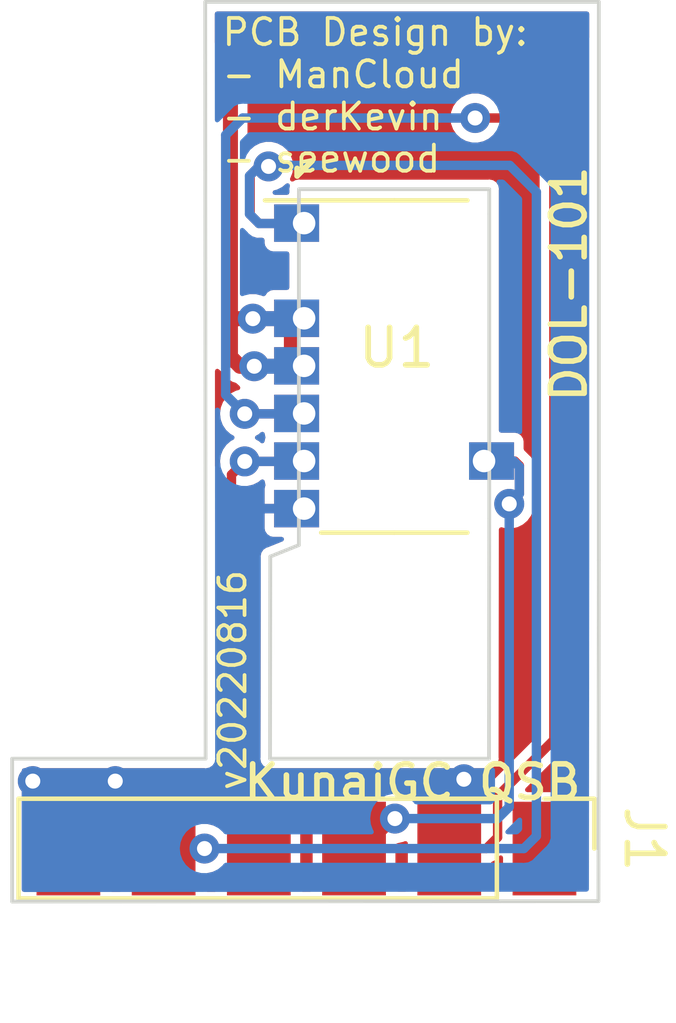
<source format=kicad_pcb>
(kicad_pcb (version 20211014) (generator pcbnew)
  (layers (0 "F.Cu" signal) (31 "B.Cu" signal) (34 "B.Paste" user) (35 "F.Paste" user) (36 "B.SilkS" user "B.Silkscreen") (37 "F.SilkS" user "F.Silkscreen") (38 "B.Mask" user) (39 "F.Mask" user) (44 "Edge.Cuts" user))
  (net 0 "")
  (net 1 "+3V3")
  (net 2 "EXI.~{CS}")
  (net 3 "EXI.OUT")
  (net 4 "EXI.IN")
  (net 5 "EXI.CLK")
  (net 6 "GND")
  (footprint "Eigene:PCB_Con_Flat_01x06" (layer "F.Cu") (at 138 94.3 -90)
    (fp_text reference "J1" (at -0.254 -9.017 -90 unlocked) (layer "F.SilkS"))
    (fp_text value "Conn_01x06")
    (fp_line (start -1.33 -7.68) (end 0 -7.68) (layer "F.SilkS") (width 0.12))
    (fp_line (start -1.33 7.68) (end 1.33 7.68) (layer "F.SilkS") (width 0.12))
    (fp_line (start -1.33 -5.08) (end 1.33 -5.08) (layer "F.SilkS") (width 0.12))
    (fp_line (start 1.33 -5.08) (end 1.33 7.68) (layer "F.SilkS") (width 0.12))
    (fp_line (start -1.33 -6.35) (end -1.33 -7.68) (layer "F.SilkS") (width 0.12))
    (fp_line (start -1.33 -5.08) (end -1.33 7.68) (layer "F.SilkS") (width 0.12))
    (pad "1" smd rect (at 0 -6.35 270) (size 2.5 1.7) (layers "F.Cu" "F.Paste" "F.Mask") (net 1 "+3V3"))
    (pad "2" smd rect (at 0 -3.81 270) (size 2.5 1.7) (layers "F.Cu" "F.Paste" "F.Mask") (net 2 "EXI.~{CS}"))
    (pad "3" smd rect (at 0 -1.27 270) (size 2.5 1.7) (layers "F.Cu" "F.Paste" "F.Mask") (net 3 "EXI.OUT"))
    (pad "4" smd rect (at 0 1.27 270) (size 2.5 1.7) (layers "F.Cu" "F.Paste" "F.Mask") (net 4 "EXI.IN"))
    (pad "5" smd rect (at 0 3.81 270) (size 2.5 1.7) (layers "F.Cu" "F.Paste" "F.Mask") (net 5 "EXI.CLK"))
    (pad "6" smd rect (at 0 6.35 270) (size 2.5 1.7) (layers "F.Cu" "F.Paste" "F.Mask") (net 6 "GND"))
  )
  (footprint "Eigene:IPL-Bite" (layer "F.Cu") (at 140.338 81.426)
    (fp_text reference "U1" (at 0.0708 -0.493 unlocked) (layer "F.SilkS"))
    (fp_text value "GC-IPL")
    (fp_line (start 0.0058 4.442) (end -1.9442 4.442) (layer "F.SilkS") (width 0.12))
    (fp_line (start 0.0058 -4.428) (end -3.4442 -4.428) (layer "F.SilkS") (width 0.12))
    (fp_line (start 0.0058 -4.428) (end 1.9558 -4.428) (layer "F.SilkS") (width 0.12))
    (fp_line (start 0.0058 4.442) (end 1.9558 4.442) (layer "F.SilkS") (width 0.12))
    (pad "1" thru_hole rect (at -2.4 -3.82) (size 1.2 1) (drill 0.6 (offset -0.2 0)) (layers *.Cu *.Mask) (net 5 "EXI.CLK"))
    (pad "3" thru_hole rect (at -2.4 -1.28) (size 1.2 1) (drill 0.6 (offset -0.2 0)) (layers *.Cu *.Mask) (net 1 "+3V3"))
    (pad "4" thru_hole rect (at -2.4 -0.01) (size 1.2 1) (drill 0.6 (offset -0.2 0)) (layers *.Cu *.Mask) (net 1 "+3V3"))
    (pad "5" thru_hole rect (at -2.4 1.26) (size 1.2 1) (drill 0.6 (offset -0.2 0)) (layers *.Cu *.Mask) (net 2 "EXI.~{CS}"))
    (pad "6" thru_hole rect (at -2.4 2.53) (size 1.2 1) (drill 0.6 (offset -0.2 0)) (layers *.Cu *.Mask) (net 4 "EXI.IN"))
    (pad "7" thru_hole rect (at -2.4 3.8) (size 1.2 1) (drill 0.6 (offset -0.2 0)) (layers *.Cu *.Mask) (net 6 "GND"))
    (pad "9" thru_hole rect (at 2.4 2.53 180) (size 1.2 1) (drill 0.6 (offset -0.2 0)) (layers *.Cu *.Mask) (net 3 "EXI.OUT"))
  )
  (gr_line (start 137.751 76.146) (end 137.751 76.346) (layer "F.SilkS") (width 0.15))
  (gr_line (start 138.151 75.946) (end 137.751 76.346) (layer "F.SilkS") (width 0.15))
  (gr_line (start 137.798 86.2) (end 137.036 86.506) (layer "Edge.Cuts") (width 0.1))
  (gr_line (start 142.878 76.7) (end 137.8 76.7) (layer "Edge.Cuts") (width 0.1))
  (gr_line (start 135.31 91.9) (end 130.15 91.9) (layer "Edge.Cuts") (width 0.1))
  (gr_line (start 130.15 95.715) (end 130.15 91.9) (layer "Edge.Cuts") (width 0.1))
  (gr_line (start 137.798 85.49) (end 137.798 86.2) (layer "Edge.Cuts") (width 0.1))
  (gr_line (start 142.878 85.49) (end 142.871 91.9) (layer "Edge.Cuts") (width 0.1))
  (gr_line (start 135.3 71.7) (end 135.31 91.9) (layer "Edge.Cuts") (width 0.1))
  (gr_line (start 142.871 91.9) (end 137.029 91.9) (layer "Edge.Cuts") (width 0.1))
  (gr_line (start 145.8 86.6) (end 145.8 71.7) (layer "Edge.Cuts") (width 0.1))
  (gr_line (start 137.798 77.362) (end 137.798 85.49) (layer "Edge.Cuts") (width 0.1))
  (gr_line (start 145.8 71.7) (end 135.3 71.7) (layer "Edge.Cuts") (width 0.1))
  (gr_line (start 137.029 91.9) (end 137.036 86.506) (layer "Edge.Cuts") (width 0.1))
  (gr_line (start 130.15 95.715) (end 145.79 95.705) (layer "Edge.Cuts") (width 0.1))
  (gr_line (start 142.878 85.49) (end 142.878 77.362) (layer "Edge.Cuts") (width 0.1))
  (gr_line (start 137.8 76.7) (end 137.798 77.362) (layer "Edge.Cuts") (width 0.1))
  (gr_line (start 142.878 76.7) (end 142.878 77.362) (layer "Edge.Cuts") (width 0.1))
  (gr_line (start 145.79 95.705) (end 145.8 86.6) (layer "Edge.Cuts") (width 0.1))
  (gr_text "KunaiGC QSB" (at 140.83 92.53) (layer "F.SilkS") (effects (font (size 0.9 0.9))))
  (gr_text "v20220816" (at 136.03 92.8 90) (layer "F.SilkS") (effects (font (size 0.7 0.7) (thickness 0.1)) (justify left)))
  (gr_text "DOL-101" (at 145 79.23 90) (layer "F.SilkS") (effects (font (size 0.9 0.9))))
  (gr_text "PCB Design by:\n- ManCloud\n- derKevin\n- seewood" (at 135.7 74.2) (layer "F.SilkS") (effects (font (size 0.7 0.7) (thickness 0.1)) (justify left)))
  (segment (start 137.59798 81.25485) (end 137.76913 81.426) (width 0.4) (layer "F.Cu") (net 1))
  (segment (start 144.89 72.79) (end 145.20204 73.10204) (width 0.4) (layer "F.Cu") (net 1))
  (segment (start 135.973 81.172) (end 136.227 81.426) (width 0.4) (layer "F.Cu") (net 1))
  (segment (start 145.20204 73.10204) (end 145.20204 93.44796) (width 0.4) (layer "F.Cu") (net 1))
  (segment (start 137.76913 80.156) (end 137.59798 80.32715) (width 0.4) (layer "F.Cu") (net 1))
  (segment (start 137.798 80.156) (end 136.1 80.156) (width 0.4) (layer "F.Cu") (net 1))
  (segment (start 136.354 72.79) (end 144.89 72.79) (width 0.4) (layer "F.Cu") (net 1))
  (segment (start 135.973 80.283) (end 135.973 73.171) (width 0.4) (layer "F.Cu") (net 1))
  (segment (start 136.227 81.426) (end 137.798 81.426) (width 0.4) (layer "F.Cu") (net 1))
  (segment (start 135.973 73.171) (end 136.354 72.79) (width 0.4) (layer "F.Cu") (net 1))
  (segment (start 135.973 80.283) (end 135.973 81.172) (width 0.4) (layer "F.Cu") (net 1))
  (segment (start 145.20204 93.44796) (end 144.35 94.3) (width 0.4) (layer "F.Cu") (net 1))
  (segment (start 137.59798 80.32715) (end 137.59798 81.25485) (width 0.4) (layer "F.Cu") (net 1))
  (segment (start 136.1 80.156) (end 135.973 80.283) (width 0.4) (layer "F.Cu") (net 1))
  (via (at 136.608 81.426) (size 0.8) (drill 0.4) (layers "F.Cu" "B.Cu") (net 1))
  (via (at 136.5705 80.156) (size 0.8) (drill 0.4) (layers "F.Cu" "B.Cu") (net 1))
  (segment (start 137.798 80.156) (end 136.5705 80.156) (width 0.4) (layer "B.Cu") (net 1))
  (segment (start 137.798 81.426) (end 136.608 81.426) (width 0.4) (layer "B.Cu") (net 1))
  (segment (start 144.2 74.8) (end 144.6 75.2) (width 0.25) (layer "F.Cu") (net 2))
  (segment (start 143.1 92.9) (end 143.1 94) (width 0.25) (layer "F.Cu") (net 2))
  (segment (start 144.6 91.4) (end 143.1 92.9) (width 0.25) (layer "F.Cu") (net 2))
  (segment (start 144.6 75.2) (end 144.6 91.4) (width 0.25) (layer "F.Cu") (net 2))
  (segment (start 142.5 74.8) (end 144.2 74.8) (width 0.25) (layer "F.Cu") (net 2))
  (segment (start 143.1 94) (end 142.8 94.3) (width 0.25) (layer "F.Cu") (net 2))
  (segment (start 136.354 82.696) (end 137.798 82.696) (width 0.25) (layer "F.Cu") (net 2))
  (segment (start 142.8 94.3) (end 141.81 94.3) (width 0.25) (layer "F.Cu") (net 2))
  (via (at 136.354 82.696) (size 0.8) (drill 0.4) (layers "F.Cu" "B.Cu") (net 2))
  (via (at 142.5 74.8) (size 0.8) (drill 0.4) (layers "F.Cu" "B.Cu") (net 2))
  (segment (start 136.227 82.696) (end 137.798 82.696) (width 0.25) (layer "B.Cu") (net 2))
  (segment (start 135.8455 82.1875) (end 136.354 82.696) (width 0.25) (layer "B.Cu") (net 2))
  (segment (start 136.3 74.8) (end 135.8455 75.2545) (width 0.25) (layer "B.Cu") (net 2))
  (segment (start 142.5 74.8) (end 136.3 74.8) (width 0.25) (layer "B.Cu") (net 2))
  (segment (start 135.8455 75.2545) (end 135.8455 82.1875) (width 0.25) (layer "B.Cu") (net 2))
  (segment (start 143.68 84.08) (end 143.556 83.956) (width 0.25) (layer "F.Cu") (net 3))
  (segment (start 139.27 94.3) (end 139.560498 94.3) (width 0.25) (layer "F.Cu") (net 3))
  (segment (start 143.68 84.08) (end 143.68 84.83) (width 0.25) (layer "F.Cu") (net 3))
  (segment (start 143.68 84.83) (end 143.41 85.1) (width 0.25) (layer "F.Cu") (net 3))
  (segment (start 139.27 94.3) (end 139.27 93.900978) (width 0.25) (layer "F.Cu") (net 3))
  (segment (start 139.560498 94.3) (end 140.360498 93.5) (width 0.25) (layer "F.Cu") (net 3))
  (via (at 143.41 85.1) (size 0.8) (drill 0.4) (layers "F.Cu" "B.Cu") (net 3))
  (via (at 140.360498 93.5) (size 0.8) (drill 0.4) (layers "F.Cu" "B.Cu") (net 3))
  (segment (start 143.68 84.11) (end 143.526 83.956) (width 0.25) (layer "B.Cu") (net 3))
  (segment (start 143.68 84.83) (end 143.41 85.1) (width 0.25) (layer "B.Cu") (net 3))
  (segment (start 143.68 84.11) (end 143.68 84.83) (width 0.25) (layer "B.Cu") (net 3))
  (segment (start 140.360498 93.5) (end 143.1 93.5) (width 0.25) (layer "B.Cu") (net 3))
  (segment (start 143.41 93.19) (end 143.41 85.1) (width 0.25) (layer "B.Cu") (net 3))
  (segment (start 143.1 93.5) (end 143.41 93.19) (width 0.25) (layer "B.Cu") (net 3))
  (segment (start 136.354 83.966) (end 137.66348 83.966) (width 0.25) (layer "F.Cu") (net 4))
  (segment (start 136 84.32) (end 136.354 83.966) (width 0.25) (layer "F.Cu") (net 4))
  (segment (start 136.73 94.3) (end 136 93.57) (width 0.25) (layer "F.Cu") (net 4))
  (segment (start 137.66348 83.966) (end 137.66348 83.956) (width 0.25) (layer "F.Cu") (net 4))
  (segment (start 136 93.57) (end 136 84.32) (width 0.25) (layer "F.Cu") (net 4))
  (via (at 136.354 83.966) (size 0.8) (drill 0.4) (layers "F.Cu" "B.Cu") (net 4))
  (segment (start 136.354 83.966) (end 137.66348 83.966) (width 0.25) (layer "B.Cu") (net 4))
  (segment (start 137.66348 83.966) (end 137.66348 83.956) (width 0.25) (layer "B.Cu") (net 4))
  (segment (start 136.735 77.616) (end 137.798 77.616) (width 0.25) (layer "F.Cu") (net 5))
  (segment (start 136.989 76.092) (end 136.735 76.092) (width 0.25) (layer "F.Cu") (net 5))
  (segment (start 136.49752 76.32948) (end 136.49752 77.37852) (width 0.25) (layer "F.Cu") (net 5))
  (segment (start 135.280498 94.3) (end 134.19 94.3) (width 0.25) (layer "F.Cu") (net 5))
  (segment (start 136.49752 77.37852) (end 136.735 77.616) (width 0.25) (layer "F.Cu") (net 5))
  (segment (start 136.735 76.092) (end 136.49752 76.32948) (width 0.25) (layer "F.Cu") (net 5))
  (via (at 135.280498 94.3) (size 0.8) (drill 0.4) (layers "F.Cu" "B.Cu") (net 5))
  (via (at 136.989 76.092) (size 0.8) (drill 0.4) (layers "F.Cu" "B.Cu") (net 5))
  (segment (start 136.481 77.362) (end 136.735 77.616) (width 0.25) (layer "B.Cu") (net 5))
  (segment (start 144.134511 76.774511) (end 143.424511 76.064511) (width 0.25) (layer "B.Cu") (net 5))
  (segment (start 135.280498 94.3) (end 143.8 94.3) (width 0.25) (layer "B.Cu") (net 5))
  (segment (start 143.8 94.3) (end 144.134511 93.965489) (width 0.25) (layer "B.Cu") (net 5))
  (segment (start 143.424511 76.064511) (end 137.016489 76.064511) (width 0.25) (layer "B.Cu") (net 5))
  (segment (start 144.134511 93.965489) (end 144.134511 76.774511) (width 0.25) (layer "B.Cu") (net 5))
  (segment (start 136.989 76.092) (end 136.735 76.092) (width 0.25) (layer "B.Cu") (net 5))
  (segment (start 136.735 76.092) (end 136.481 76.346) (width 0.25) (layer "B.Cu") (net 5))
  (segment (start 136.481 76.346) (end 136.481 77.362) (width 0.25) (layer "B.Cu") (net 5))
  (segment (start 136.735 77.616) (end 137.798 77.616) (width 0.25) (layer "B.Cu") (net 5))
  (segment (start 137.016489 76.064511) (end 136.989 76.092) (width 0.25) (layer "B.Cu") (net 5))
  (via (at 142.2 92.450498) (size 0.8) (drill 0.4) (layers "F.Cu" "B.Cu") (net 6))
  (via (at 132.9 92.5) (size 0.8) (drill 0.4) (layers "F.Cu" "B.Cu") (net 6))
  (via (at 130.7 92.5) (size 0.8) (drill 0.4) (layers "F.Cu" "B.Cu") (net 6))
  (zone (net 6) (net_name "GND") (layers F&B.Cu) (connect_pads (clearance 0.254)) (min_thickness 0.127) (fill yes (thermal_gap 0.254) (thermal_bridge_width 0.254) (island_removal_mode 1) (island_area_min 0))
    (polygon (pts (xy 145.73 96.35) (xy 130.21 96.36) (xy 130.18 91.98) (xy 135.36 91.97) (xy 135.36 71.76) (xy 145.74 71.76)))
  )
)
</source>
